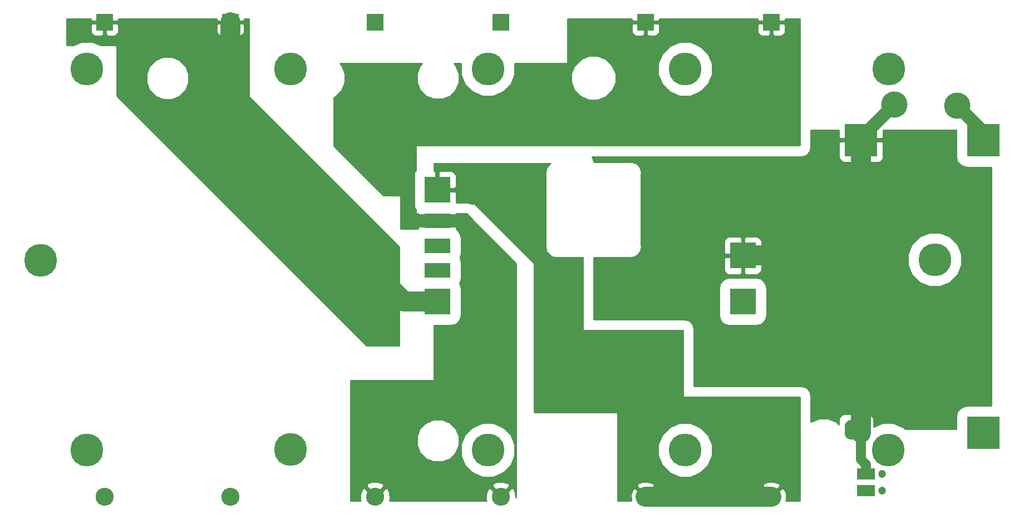
<source format=gtl>
G04 #@! TF.GenerationSoftware,KiCad,Pcbnew,(5.0.2)-1*
G04 #@! TF.CreationDate,2019-03-16T18:46:31-04:00*
G04 #@! TF.ProjectId,2p3s-pwr-pack,32703373-2d70-4777-922d-7061636b2e6b,V1*
G04 #@! TF.SameCoordinates,Original*
G04 #@! TF.FileFunction,Copper,L1,Top*
G04 #@! TF.FilePolarity,Positive*
%FSLAX46Y46*%
G04 Gerber Fmt 4.6, Leading zero omitted, Abs format (unit mm)*
G04 Created by KiCad (PCBNEW (5.0.2)-1) date 3/16/2019 6:46:31 PM*
%MOMM*%
%LPD*%
G01*
G04 APERTURE LIST*
G04 #@! TA.AperFunction,ComponentPad*
%ADD10R,2.500000X2.500000*%
G04 #@! TD*
G04 #@! TA.AperFunction,ComponentPad*
%ADD11C,2.750000*%
G04 #@! TD*
G04 #@! TA.AperFunction,ComponentPad*
%ADD12R,5.000000X5.000000*%
G04 #@! TD*
G04 #@! TA.AperFunction,Conductor*
%ADD13C,0.150000*%
G04 #@! TD*
G04 #@! TA.AperFunction,ComponentPad*
%ADD14C,3.000000*%
G04 #@! TD*
G04 #@! TA.AperFunction,ComponentPad*
%ADD15C,1.200000*%
G04 #@! TD*
G04 #@! TA.AperFunction,ComponentPad*
%ADD16R,2.700000X1.700000*%
G04 #@! TD*
G04 #@! TA.AperFunction,ComponentPad*
%ADD17C,4.000000*%
G04 #@! TD*
G04 #@! TA.AperFunction,ComponentPad*
%ADD18R,4.000000X4.000000*%
G04 #@! TD*
G04 #@! TA.AperFunction,ComponentPad*
%ADD19R,4.000000X2.300000*%
G04 #@! TD*
G04 #@! TA.AperFunction,ComponentPad*
%ADD20C,5.000000*%
G04 #@! TD*
G04 #@! TA.AperFunction,Conductor*
%ADD21C,1.524000*%
G04 #@! TD*
G04 #@! TA.AperFunction,Conductor*
%ADD22C,3.048000*%
G04 #@! TD*
G04 #@! TA.AperFunction,Conductor*
%ADD23C,2.032000*%
G04 #@! TD*
G04 #@! TA.AperFunction,Conductor*
%ADD24C,0.254000*%
G04 #@! TD*
G04 APERTURE END LIST*
D10*
G04 #@! TO.P,BATT1,1*
G04 #@! TO.N,Net-(BATT1-Pad1)*
X170840001Y-67465001D03*
D11*
G04 #@! TO.P,BATT1,2*
G04 #@! TO.N,Net-(BATT1-Pad2)*
X170840001Y-139685001D03*
X151710001Y-139685001D03*
D10*
G04 #@! TO.P,BATT1,1*
G04 #@! TO.N,Net-(BATT1-Pad1)*
X151710001Y-67465001D03*
G04 #@! TD*
G04 #@! TO.P,BATT3,1*
G04 #@! TO.N,B+*
X88540001Y-67465001D03*
D11*
G04 #@! TO.P,BATT3,2*
G04 #@! TO.N,Net-(BATT2-Pad1)*
X88540001Y-139685001D03*
X69410001Y-139685001D03*
D10*
G04 #@! TO.P,BATT3,1*
G04 #@! TO.N,B+*
X69410001Y-67465001D03*
G04 #@! TD*
D12*
G04 #@! TO.P,MOD1,4*
G04 #@! TO.N,P+*
X203100000Y-130000000D03*
G04 #@! TO.P,MOD1,1*
G04 #@! TO.N,V_IN*
X203100000Y-85400000D03*
G04 #@! TO.P,MOD1,2*
G04 #@! TO.N,GND1*
X184500000Y-85400000D03*
D13*
G04 #@! TD*
G04 #@! TO.N,GND1*
G04 #@! TO.C,MOD1*
G36*
X184552918Y-128005056D02*
X184654845Y-128020175D01*
X184754799Y-128045213D01*
X184851818Y-128079926D01*
X184944967Y-128123983D01*
X185033349Y-128176957D01*
X185116113Y-128238339D01*
X185192462Y-128307538D01*
X185261661Y-128383887D01*
X185323043Y-128466651D01*
X185376017Y-128555033D01*
X185420074Y-128648182D01*
X185454787Y-128745201D01*
X185479825Y-128845155D01*
X185494944Y-128947082D01*
X185500000Y-129050000D01*
X185500000Y-129950000D01*
X185494944Y-130052918D01*
X185479825Y-130154845D01*
X185454787Y-130254799D01*
X185420074Y-130351818D01*
X185376017Y-130444967D01*
X185323043Y-130533349D01*
X185261661Y-130616113D01*
X185192462Y-130692462D01*
X185116113Y-130761661D01*
X185033349Y-130823043D01*
X184944967Y-130876017D01*
X184851818Y-130920074D01*
X184754799Y-130954787D01*
X184654845Y-130979825D01*
X184552918Y-130994944D01*
X184450000Y-131000000D01*
X183050000Y-131000000D01*
X182947082Y-130994944D01*
X182845155Y-130979825D01*
X182745201Y-130954787D01*
X182648182Y-130920074D01*
X182555033Y-130876017D01*
X182466651Y-130823043D01*
X182383887Y-130761661D01*
X182307538Y-130692462D01*
X182238339Y-130616113D01*
X182176957Y-130533349D01*
X182123983Y-130444967D01*
X182079926Y-130351818D01*
X182045213Y-130254799D01*
X182020175Y-130154845D01*
X182005056Y-130052918D01*
X182000000Y-129950000D01*
X182000000Y-129050000D01*
X182005056Y-128947082D01*
X182020175Y-128845155D01*
X182045213Y-128745201D01*
X182079926Y-128648182D01*
X182123983Y-128555033D01*
X182176957Y-128466651D01*
X182238339Y-128383887D01*
X182307538Y-128307538D01*
X182383887Y-128238339D01*
X182466651Y-128176957D01*
X182555033Y-128123983D01*
X182648182Y-128079926D01*
X182745201Y-128045213D01*
X182845155Y-128020175D01*
X182947082Y-128005056D01*
X183050000Y-128000000D01*
X184450000Y-128000000D01*
X184552918Y-128005056D01*
X184552918Y-128005056D01*
G37*
D14*
G04 #@! TO.P,MOD1,3*
G04 #@! TO.N,GND1*
X183750000Y-129500000D03*
G04 #@! TD*
D10*
G04 #@! TO.P,BATT2,1*
G04 #@! TO.N,Net-(BATT2-Pad1)*
X129681600Y-67445800D03*
D11*
G04 #@! TO.P,BATT2,2*
G04 #@! TO.N,Net-(BATT1-Pad1)*
X129681600Y-139665800D03*
X110551600Y-139665800D03*
D10*
G04 #@! TO.P,BATT2,1*
G04 #@! TO.N,Net-(BATT2-Pad1)*
X110551600Y-67445800D03*
G04 #@! TD*
D15*
G04 #@! TO.P,P13,*
G04 #@! TO.N,*
X187700000Y-136230000D03*
X187700000Y-138770000D03*
D16*
G04 #@! TO.P,P13,2*
G04 #@! TO.N,GND1*
X185250000Y-136230000D03*
G04 #@! TO.P,P13,1*
G04 #@! TO.N,P+*
X185250000Y-138770000D03*
G04 #@! TD*
D17*
G04 #@! TO.P,P14,1*
G04 #@! TO.N,V_IN*
X199136000Y-80162400D03*
G04 #@! TD*
G04 #@! TO.P,P15,1*
G04 #@! TO.N,GND1*
X189560200Y-80010000D03*
G04 #@! TD*
D18*
G04 #@! TO.P,MOD2,6*
G04 #@! TO.N,GND1*
X166500000Y-103000000D03*
G04 #@! TO.P,MOD2,7*
G04 #@! TO.N,P+*
X166500000Y-110000000D03*
D19*
G04 #@! TO.P,MOD2,4*
G04 #@! TO.N,Net-(BATT1-Pad1)*
X120000000Y-97750000D03*
G04 #@! TO.P,MOD2,3*
G04 #@! TO.N,Net-(BATT2-Pad1)*
X120000000Y-101500000D03*
G04 #@! TO.P,MOD2,2*
G04 #@! TO.N,Net-(MOD2-Pad2)*
X120000000Y-105250000D03*
D18*
G04 #@! TO.P,MOD2,5*
G04 #@! TO.N,Net-(BATT1-Pad2)*
X120000000Y-93000000D03*
G04 #@! TO.P,MOD2,1*
G04 #@! TO.N,B+*
X120000000Y-110000000D03*
G04 #@! TD*
D20*
G04 #@! TO.P,P1,*
G04 #@! TO.N,*
X59700000Y-103700000D03*
G04 #@! TD*
G04 #@! TO.P,P2,*
G04 #@! TO.N,*
X66700000Y-74600000D03*
G04 #@! TD*
G04 #@! TO.P,P3,*
G04 #@! TO.N,*
X66700000Y-132600000D03*
G04 #@! TD*
G04 #@! TO.P,P4,*
G04 #@! TO.N,*
X97700000Y-74600000D03*
G04 #@! TD*
G04 #@! TO.P,P5,*
G04 #@! TO.N,*
X97700000Y-132500000D03*
G04 #@! TD*
G04 #@! TO.P,P6,*
G04 #@! TO.N,*
X127700000Y-74600000D03*
G04 #@! TD*
G04 #@! TO.P,P7,*
G04 #@! TO.N,*
X127700000Y-132600000D03*
G04 #@! TD*
G04 #@! TO.P,P8,*
G04 #@! TO.N,*
X157700000Y-74600000D03*
G04 #@! TD*
G04 #@! TO.P,P9,*
G04 #@! TO.N,*
X157700000Y-132600000D03*
G04 #@! TD*
G04 #@! TO.P,P10,*
G04 #@! TO.N,*
X188700000Y-74600000D03*
G04 #@! TD*
G04 #@! TO.P,P11,*
G04 #@! TO.N,*
X188600000Y-132600000D03*
G04 #@! TD*
G04 #@! TO.P,P12,*
G04 #@! TO.N,*
X195700000Y-103600000D03*
G04 #@! TD*
D21*
G04 #@! TO.N,GND1*
X185250000Y-136230000D02*
X185250000Y-134790000D01*
X184500000Y-134040000D02*
X184500000Y-130000000D01*
X185250000Y-134790000D02*
X184500000Y-134040000D01*
D22*
X172256200Y-103708200D02*
X184500000Y-103708200D01*
X171548000Y-103000000D02*
X172256200Y-103708200D01*
X166500000Y-103000000D02*
X171548000Y-103000000D01*
X184500000Y-85400000D02*
X184500000Y-103708200D01*
X184500000Y-103708200D02*
X184500000Y-130000000D01*
D23*
X184500000Y-85070200D02*
X189560200Y-80010000D01*
X184500000Y-85400000D02*
X184500000Y-85070200D01*
G04 #@! TO.N,Net-(BATT1-Pad1)*
X115968000Y-97750000D02*
X115877200Y-97840800D01*
X120000000Y-97750000D02*
X115968000Y-97750000D01*
X115877200Y-97840800D02*
X115877200Y-96573200D01*
X115877200Y-96573200D02*
X115595400Y-96291400D01*
X115595400Y-96291400D02*
X115595400Y-86004400D01*
X124032000Y-97750000D02*
X124079000Y-97797000D01*
X120000000Y-97750000D02*
X124032000Y-97750000D01*
X124079000Y-97797000D02*
X124079000Y-98069400D01*
X124079000Y-98069400D02*
X130632200Y-104622600D01*
D22*
G04 #@! TO.N,Net-(BATT1-Pad2)*
X151710001Y-139685001D02*
X170840001Y-139685001D01*
G04 #@! TO.N,B+*
X88540001Y-83588001D02*
X88540001Y-71763001D01*
X120000000Y-110000000D02*
X114952000Y-110000000D01*
X114952000Y-110000000D02*
X88540001Y-83588001D01*
X88540001Y-71763001D02*
X88540001Y-67465001D01*
D23*
G04 #@! TO.N,V_IN*
X203100000Y-84126400D02*
X199136000Y-80162400D01*
X203100000Y-85400000D02*
X203100000Y-84126400D01*
G04 #@! TD*
D24*
G04 #@! TO.N,B+*
G36*
X67271001Y-67052251D02*
X67493251Y-67274501D01*
X69219501Y-67274501D01*
X69219501Y-67254501D01*
X69600501Y-67254501D01*
X69600501Y-67274501D01*
X71326751Y-67274501D01*
X71549001Y-67052251D01*
X71549001Y-66952000D01*
X86401001Y-66952000D01*
X86401001Y-67052251D01*
X86623251Y-67274501D01*
X88349501Y-67274501D01*
X88349501Y-67254501D01*
X88730501Y-67254501D01*
X88730501Y-67274501D01*
X90456751Y-67274501D01*
X90679001Y-67052251D01*
X90679001Y-66952000D01*
X91313000Y-66952000D01*
X91313000Y-78740000D01*
X91322667Y-78788601D01*
X91350197Y-78829803D01*
X114173000Y-101652606D01*
X114173000Y-116713000D01*
X109272606Y-116713000D01*
X71247000Y-78687394D01*
X71247000Y-75329133D01*
X75728001Y-75329133D01*
X75728001Y-76620869D01*
X76222328Y-77814278D01*
X77135724Y-78727674D01*
X78329133Y-79222001D01*
X79620869Y-79222001D01*
X80814278Y-78727674D01*
X81727674Y-77814278D01*
X82222001Y-76620869D01*
X82222001Y-75329133D01*
X81727674Y-74135724D01*
X80814278Y-73222328D01*
X79620869Y-72728001D01*
X78329133Y-72728001D01*
X77135724Y-73222328D01*
X76222328Y-74135724D01*
X75728001Y-75329133D01*
X71247000Y-75329133D01*
X71247000Y-71120000D01*
X71237333Y-71071399D01*
X71209803Y-71030197D01*
X71168601Y-71002667D01*
X71120000Y-70993000D01*
X68776303Y-70993000D01*
X67520911Y-70473000D01*
X65879089Y-70473000D01*
X64623697Y-70993000D01*
X63627000Y-70993000D01*
X63627000Y-67877751D01*
X67271001Y-67877751D01*
X67271001Y-68891834D01*
X67406343Y-69218579D01*
X67656423Y-69468659D01*
X67983168Y-69604001D01*
X68997251Y-69604001D01*
X69219501Y-69381751D01*
X69219501Y-67655501D01*
X69600501Y-67655501D01*
X69600501Y-69381751D01*
X69822751Y-69604001D01*
X70836834Y-69604001D01*
X71163579Y-69468659D01*
X71413659Y-69218579D01*
X71549001Y-68891834D01*
X71549001Y-67877751D01*
X86401001Y-67877751D01*
X86401001Y-68891834D01*
X86536343Y-69218579D01*
X86786423Y-69468659D01*
X87113168Y-69604001D01*
X88127251Y-69604001D01*
X88349501Y-69381751D01*
X88349501Y-67655501D01*
X88730501Y-67655501D01*
X88730501Y-69381751D01*
X88952751Y-69604001D01*
X89966834Y-69604001D01*
X90293579Y-69468659D01*
X90543659Y-69218579D01*
X90679001Y-68891834D01*
X90679001Y-67877751D01*
X90456751Y-67655501D01*
X88730501Y-67655501D01*
X88349501Y-67655501D01*
X86623251Y-67655501D01*
X86401001Y-67877751D01*
X71549001Y-67877751D01*
X71326751Y-67655501D01*
X69600501Y-67655501D01*
X69219501Y-67655501D01*
X67493251Y-67655501D01*
X67271001Y-67877751D01*
X63627000Y-67877751D01*
X63627000Y-66952000D01*
X67271001Y-66952000D01*
X67271001Y-67052251D01*
X67271001Y-67052251D01*
G37*
X67271001Y-67052251D02*
X67493251Y-67274501D01*
X69219501Y-67274501D01*
X69219501Y-67254501D01*
X69600501Y-67254501D01*
X69600501Y-67274501D01*
X71326751Y-67274501D01*
X71549001Y-67052251D01*
X71549001Y-66952000D01*
X86401001Y-66952000D01*
X86401001Y-67052251D01*
X86623251Y-67274501D01*
X88349501Y-67274501D01*
X88349501Y-67254501D01*
X88730501Y-67254501D01*
X88730501Y-67274501D01*
X90456751Y-67274501D01*
X90679001Y-67052251D01*
X90679001Y-66952000D01*
X91313000Y-66952000D01*
X91313000Y-78740000D01*
X91322667Y-78788601D01*
X91350197Y-78829803D01*
X114173000Y-101652606D01*
X114173000Y-116713000D01*
X109272606Y-116713000D01*
X71247000Y-78687394D01*
X71247000Y-75329133D01*
X75728001Y-75329133D01*
X75728001Y-76620869D01*
X76222328Y-77814278D01*
X77135724Y-78727674D01*
X78329133Y-79222001D01*
X79620869Y-79222001D01*
X80814278Y-78727674D01*
X81727674Y-77814278D01*
X82222001Y-76620869D01*
X82222001Y-75329133D01*
X81727674Y-74135724D01*
X80814278Y-73222328D01*
X79620869Y-72728001D01*
X78329133Y-72728001D01*
X77135724Y-73222328D01*
X76222328Y-74135724D01*
X75728001Y-75329133D01*
X71247000Y-75329133D01*
X71247000Y-71120000D01*
X71237333Y-71071399D01*
X71209803Y-71030197D01*
X71168601Y-71002667D01*
X71120000Y-70993000D01*
X68776303Y-70993000D01*
X67520911Y-70473000D01*
X65879089Y-70473000D01*
X64623697Y-70993000D01*
X63627000Y-70993000D01*
X63627000Y-67877751D01*
X67271001Y-67877751D01*
X67271001Y-68891834D01*
X67406343Y-69218579D01*
X67656423Y-69468659D01*
X67983168Y-69604001D01*
X68997251Y-69604001D01*
X69219501Y-69381751D01*
X69219501Y-67655501D01*
X69600501Y-67655501D01*
X69600501Y-69381751D01*
X69822751Y-69604001D01*
X70836834Y-69604001D01*
X71163579Y-69468659D01*
X71413659Y-69218579D01*
X71549001Y-68891834D01*
X71549001Y-67877751D01*
X86401001Y-67877751D01*
X86401001Y-68891834D01*
X86536343Y-69218579D01*
X86786423Y-69468659D01*
X87113168Y-69604001D01*
X88127251Y-69604001D01*
X88349501Y-69381751D01*
X88349501Y-67655501D01*
X88730501Y-67655501D01*
X88730501Y-69381751D01*
X88952751Y-69604001D01*
X89966834Y-69604001D01*
X90293579Y-69468659D01*
X90543659Y-69218579D01*
X90679001Y-68891834D01*
X90679001Y-67877751D01*
X90456751Y-67655501D01*
X88730501Y-67655501D01*
X88349501Y-67655501D01*
X86623251Y-67655501D01*
X86401001Y-67877751D01*
X71549001Y-67877751D01*
X71326751Y-67655501D01*
X69600501Y-67655501D01*
X69219501Y-67655501D01*
X67493251Y-67655501D01*
X67271001Y-67877751D01*
X63627000Y-67877751D01*
X63627000Y-66952000D01*
X67271001Y-66952000D01*
X67271001Y-67052251D01*
G04 #@! TO.N,Net-(BATT1-Pad1)*
G36*
X149571001Y-67052251D02*
X149793251Y-67274501D01*
X151519501Y-67274501D01*
X151519501Y-67254501D01*
X151900501Y-67254501D01*
X151900501Y-67274501D01*
X153626751Y-67274501D01*
X153849001Y-67052251D01*
X153849001Y-66952000D01*
X168701001Y-66952000D01*
X168701001Y-67052251D01*
X168923251Y-67274501D01*
X170649501Y-67274501D01*
X170649501Y-67254501D01*
X171030501Y-67254501D01*
X171030501Y-67274501D01*
X172756751Y-67274501D01*
X172979001Y-67052251D01*
X172979001Y-66952000D01*
X175133000Y-66952000D01*
X175133000Y-86233000D01*
X116840000Y-86233000D01*
X116791399Y-86242667D01*
X116750197Y-86270197D01*
X116722667Y-86311399D01*
X116713000Y-86360000D01*
X116713000Y-89997610D01*
X116467400Y-90365176D01*
X116341126Y-91000000D01*
X116341126Y-95000000D01*
X116467400Y-95634824D01*
X116713000Y-96002390D01*
X116713000Y-96520000D01*
X116722667Y-96568601D01*
X116750197Y-96609803D01*
X116791399Y-96637333D01*
X116840000Y-96647000D01*
X117111000Y-96647000D01*
X117111000Y-97337250D01*
X117333250Y-97559500D01*
X119809500Y-97559500D01*
X119809500Y-97539500D01*
X120190500Y-97539500D01*
X120190500Y-97559500D01*
X122666750Y-97559500D01*
X122889000Y-97337250D01*
X122889000Y-96647000D01*
X124407394Y-96647000D01*
X131953000Y-104192606D01*
X131953000Y-139787300D01*
X131923957Y-139117771D01*
X131654701Y-138467729D01*
X131285239Y-138331569D01*
X129951008Y-139665800D01*
X129965150Y-139679942D01*
X129695742Y-139949350D01*
X129681600Y-139935208D01*
X129667458Y-139949350D01*
X129398050Y-139679942D01*
X129412192Y-139665800D01*
X128077961Y-138331569D01*
X127708499Y-138467729D01*
X127400210Y-139314000D01*
X127439243Y-140213829D01*
X127474108Y-140298000D01*
X112730843Y-140298000D01*
X112832990Y-140017600D01*
X112793957Y-139117771D01*
X112524701Y-138467729D01*
X112155239Y-138331569D01*
X110821008Y-139665800D01*
X110835150Y-139679942D01*
X110565742Y-139949350D01*
X110551600Y-139935208D01*
X110537458Y-139949350D01*
X110268050Y-139679942D01*
X110282192Y-139665800D01*
X108947961Y-138331569D01*
X108578499Y-138467729D01*
X108270210Y-139314000D01*
X108309243Y-140213829D01*
X108344108Y-140298000D01*
X106807000Y-140298000D01*
X106807000Y-138062161D01*
X109217369Y-138062161D01*
X110551600Y-139396392D01*
X111885831Y-138062161D01*
X128347369Y-138062161D01*
X129681600Y-139396392D01*
X131015831Y-138062161D01*
X130879671Y-137692699D01*
X130033400Y-137384410D01*
X129133571Y-137423443D01*
X128483529Y-137692699D01*
X128347369Y-138062161D01*
X111885831Y-138062161D01*
X111749671Y-137692699D01*
X110903400Y-137384410D01*
X110003571Y-137423443D01*
X109353529Y-137692699D01*
X109217369Y-138062161D01*
X106807000Y-138062161D01*
X106807000Y-130509932D01*
X116869600Y-130509932D01*
X116869600Y-131801668D01*
X117363927Y-132995077D01*
X118277323Y-133908473D01*
X119470732Y-134402800D01*
X120762468Y-134402800D01*
X121955877Y-133908473D01*
X122869273Y-132995077D01*
X123363600Y-131801668D01*
X123363600Y-131779089D01*
X123573000Y-131779089D01*
X123573000Y-133420911D01*
X124201298Y-134937758D01*
X125362242Y-136098702D01*
X126879089Y-136727000D01*
X128520911Y-136727000D01*
X130037758Y-136098702D01*
X131198702Y-134937758D01*
X131827000Y-133420911D01*
X131827000Y-131779089D01*
X131198702Y-130262242D01*
X130037758Y-129101298D01*
X128520911Y-128473000D01*
X126879089Y-128473000D01*
X125362242Y-129101298D01*
X124201298Y-130262242D01*
X123573000Y-131779089D01*
X123363600Y-131779089D01*
X123363600Y-130509932D01*
X122869273Y-129316523D01*
X121955877Y-128403127D01*
X120762468Y-127908800D01*
X119470732Y-127908800D01*
X118277323Y-128403127D01*
X117363927Y-129316523D01*
X116869600Y-130509932D01*
X106807000Y-130509932D01*
X106807000Y-122047000D01*
X119380000Y-122047000D01*
X119428601Y-122037333D01*
X119469803Y-122009803D01*
X119497333Y-121968601D01*
X119507000Y-121920000D01*
X119507000Y-113658874D01*
X122000000Y-113658874D01*
X122634824Y-113532600D01*
X123173001Y-113173001D01*
X123532600Y-112634824D01*
X123658874Y-112000000D01*
X123658874Y-108000000D01*
X123532600Y-107365176D01*
X123422233Y-107200000D01*
X123532600Y-107034824D01*
X123658874Y-106400000D01*
X123658874Y-104100000D01*
X123532600Y-103465176D01*
X123472346Y-103375000D01*
X123532600Y-103284824D01*
X123658874Y-102650000D01*
X123658874Y-100350000D01*
X123532600Y-99715176D01*
X123173001Y-99176999D01*
X122889000Y-98987235D01*
X122889000Y-98162750D01*
X122666750Y-97940500D01*
X120190500Y-97940500D01*
X120190500Y-97960500D01*
X119809500Y-97960500D01*
X119809500Y-97940500D01*
X117333250Y-97940500D01*
X117111000Y-98162750D01*
X117111000Y-98933000D01*
X114427000Y-98933000D01*
X114427000Y-93980000D01*
X114417333Y-93931399D01*
X114389803Y-93890197D01*
X114348601Y-93862667D01*
X114300000Y-93853000D01*
X111812606Y-93853000D01*
X104267000Y-86307394D01*
X104267000Y-78954480D01*
X104543678Y-78839876D01*
X105500676Y-77882878D01*
X106018600Y-76632500D01*
X106018600Y-75279100D01*
X105500676Y-74028722D01*
X105258954Y-73787000D01*
X117693450Y-73787000D01*
X117363927Y-74116523D01*
X116869600Y-75309932D01*
X116869600Y-76601668D01*
X117363927Y-77795077D01*
X118277323Y-78708473D01*
X119470732Y-79202800D01*
X120762468Y-79202800D01*
X121955877Y-78708473D01*
X122869273Y-77795077D01*
X123363600Y-76601668D01*
X123363600Y-75309932D01*
X122869273Y-74116523D01*
X122539750Y-73787000D01*
X123573000Y-73787000D01*
X123573000Y-75420911D01*
X124201298Y-76937758D01*
X125362242Y-78098702D01*
X126879089Y-78727000D01*
X128520911Y-78727000D01*
X130037758Y-78098702D01*
X131198702Y-76937758D01*
X131827000Y-75420911D01*
X131827000Y-75298301D01*
X140373001Y-75298301D01*
X140373001Y-76651701D01*
X140890925Y-77902079D01*
X141847923Y-78859077D01*
X143098301Y-79377001D01*
X144451701Y-79377001D01*
X145702079Y-78859077D01*
X146659077Y-77902079D01*
X147177001Y-76651701D01*
X147177001Y-75298301D01*
X146659077Y-74047923D01*
X146390243Y-73779089D01*
X153573000Y-73779089D01*
X153573000Y-75420911D01*
X154201298Y-76937758D01*
X155362242Y-78098702D01*
X156879089Y-78727000D01*
X158520911Y-78727000D01*
X160037758Y-78098702D01*
X161198702Y-76937758D01*
X161827000Y-75420911D01*
X161827000Y-73779089D01*
X161198702Y-72262242D01*
X160037758Y-71101298D01*
X158520911Y-70473000D01*
X156879089Y-70473000D01*
X155362242Y-71101298D01*
X154201298Y-72262242D01*
X153573000Y-73779089D01*
X146390243Y-73779089D01*
X145702079Y-73090925D01*
X144451701Y-72573001D01*
X143098301Y-72573001D01*
X141847923Y-73090925D01*
X140890925Y-74047923D01*
X140373001Y-75298301D01*
X131827000Y-75298301D01*
X131827000Y-73787000D01*
X139700000Y-73787000D01*
X139748601Y-73777333D01*
X139789803Y-73749803D01*
X139817333Y-73708601D01*
X139827000Y-73660000D01*
X139827000Y-67877751D01*
X149571001Y-67877751D01*
X149571001Y-68891834D01*
X149706343Y-69218579D01*
X149956423Y-69468659D01*
X150283168Y-69604001D01*
X151297251Y-69604001D01*
X151519501Y-69381751D01*
X151519501Y-67655501D01*
X151900501Y-67655501D01*
X151900501Y-69381751D01*
X152122751Y-69604001D01*
X153136834Y-69604001D01*
X153463579Y-69468659D01*
X153713659Y-69218579D01*
X153849001Y-68891834D01*
X153849001Y-67877751D01*
X168701001Y-67877751D01*
X168701001Y-68891834D01*
X168836343Y-69218579D01*
X169086423Y-69468659D01*
X169413168Y-69604001D01*
X170427251Y-69604001D01*
X170649501Y-69381751D01*
X170649501Y-67655501D01*
X171030501Y-67655501D01*
X171030501Y-69381751D01*
X171252751Y-69604001D01*
X172266834Y-69604001D01*
X172593579Y-69468659D01*
X172843659Y-69218579D01*
X172979001Y-68891834D01*
X172979001Y-67877751D01*
X172756751Y-67655501D01*
X171030501Y-67655501D01*
X170649501Y-67655501D01*
X168923251Y-67655501D01*
X168701001Y-67877751D01*
X153849001Y-67877751D01*
X153626751Y-67655501D01*
X151900501Y-67655501D01*
X151519501Y-67655501D01*
X149793251Y-67655501D01*
X149571001Y-67877751D01*
X139827000Y-67877751D01*
X139827000Y-66952000D01*
X149571001Y-66952000D01*
X149571001Y-67052251D01*
X149571001Y-67052251D01*
G37*
X149571001Y-67052251D02*
X149793251Y-67274501D01*
X151519501Y-67274501D01*
X151519501Y-67254501D01*
X151900501Y-67254501D01*
X151900501Y-67274501D01*
X153626751Y-67274501D01*
X153849001Y-67052251D01*
X153849001Y-66952000D01*
X168701001Y-66952000D01*
X168701001Y-67052251D01*
X168923251Y-67274501D01*
X170649501Y-67274501D01*
X170649501Y-67254501D01*
X171030501Y-67254501D01*
X171030501Y-67274501D01*
X172756751Y-67274501D01*
X172979001Y-67052251D01*
X172979001Y-66952000D01*
X175133000Y-66952000D01*
X175133000Y-86233000D01*
X116840000Y-86233000D01*
X116791399Y-86242667D01*
X116750197Y-86270197D01*
X116722667Y-86311399D01*
X116713000Y-86360000D01*
X116713000Y-89997610D01*
X116467400Y-90365176D01*
X116341126Y-91000000D01*
X116341126Y-95000000D01*
X116467400Y-95634824D01*
X116713000Y-96002390D01*
X116713000Y-96520000D01*
X116722667Y-96568601D01*
X116750197Y-96609803D01*
X116791399Y-96637333D01*
X116840000Y-96647000D01*
X117111000Y-96647000D01*
X117111000Y-97337250D01*
X117333250Y-97559500D01*
X119809500Y-97559500D01*
X119809500Y-97539500D01*
X120190500Y-97539500D01*
X120190500Y-97559500D01*
X122666750Y-97559500D01*
X122889000Y-97337250D01*
X122889000Y-96647000D01*
X124407394Y-96647000D01*
X131953000Y-104192606D01*
X131953000Y-139787300D01*
X131923957Y-139117771D01*
X131654701Y-138467729D01*
X131285239Y-138331569D01*
X129951008Y-139665800D01*
X129965150Y-139679942D01*
X129695742Y-139949350D01*
X129681600Y-139935208D01*
X129667458Y-139949350D01*
X129398050Y-139679942D01*
X129412192Y-139665800D01*
X128077961Y-138331569D01*
X127708499Y-138467729D01*
X127400210Y-139314000D01*
X127439243Y-140213829D01*
X127474108Y-140298000D01*
X112730843Y-140298000D01*
X112832990Y-140017600D01*
X112793957Y-139117771D01*
X112524701Y-138467729D01*
X112155239Y-138331569D01*
X110821008Y-139665800D01*
X110835150Y-139679942D01*
X110565742Y-139949350D01*
X110551600Y-139935208D01*
X110537458Y-139949350D01*
X110268050Y-139679942D01*
X110282192Y-139665800D01*
X108947961Y-138331569D01*
X108578499Y-138467729D01*
X108270210Y-139314000D01*
X108309243Y-140213829D01*
X108344108Y-140298000D01*
X106807000Y-140298000D01*
X106807000Y-138062161D01*
X109217369Y-138062161D01*
X110551600Y-139396392D01*
X111885831Y-138062161D01*
X128347369Y-138062161D01*
X129681600Y-139396392D01*
X131015831Y-138062161D01*
X130879671Y-137692699D01*
X130033400Y-137384410D01*
X129133571Y-137423443D01*
X128483529Y-137692699D01*
X128347369Y-138062161D01*
X111885831Y-138062161D01*
X111749671Y-137692699D01*
X110903400Y-137384410D01*
X110003571Y-137423443D01*
X109353529Y-137692699D01*
X109217369Y-138062161D01*
X106807000Y-138062161D01*
X106807000Y-130509932D01*
X116869600Y-130509932D01*
X116869600Y-131801668D01*
X117363927Y-132995077D01*
X118277323Y-133908473D01*
X119470732Y-134402800D01*
X120762468Y-134402800D01*
X121955877Y-133908473D01*
X122869273Y-132995077D01*
X123363600Y-131801668D01*
X123363600Y-131779089D01*
X123573000Y-131779089D01*
X123573000Y-133420911D01*
X124201298Y-134937758D01*
X125362242Y-136098702D01*
X126879089Y-136727000D01*
X128520911Y-136727000D01*
X130037758Y-136098702D01*
X131198702Y-134937758D01*
X131827000Y-133420911D01*
X131827000Y-131779089D01*
X131198702Y-130262242D01*
X130037758Y-129101298D01*
X128520911Y-128473000D01*
X126879089Y-128473000D01*
X125362242Y-129101298D01*
X124201298Y-130262242D01*
X123573000Y-131779089D01*
X123363600Y-131779089D01*
X123363600Y-130509932D01*
X122869273Y-129316523D01*
X121955877Y-128403127D01*
X120762468Y-127908800D01*
X119470732Y-127908800D01*
X118277323Y-128403127D01*
X117363927Y-129316523D01*
X116869600Y-130509932D01*
X106807000Y-130509932D01*
X106807000Y-122047000D01*
X119380000Y-122047000D01*
X119428601Y-122037333D01*
X119469803Y-122009803D01*
X119497333Y-121968601D01*
X119507000Y-121920000D01*
X119507000Y-113658874D01*
X122000000Y-113658874D01*
X122634824Y-113532600D01*
X123173001Y-113173001D01*
X123532600Y-112634824D01*
X123658874Y-112000000D01*
X123658874Y-108000000D01*
X123532600Y-107365176D01*
X123422233Y-107200000D01*
X123532600Y-107034824D01*
X123658874Y-106400000D01*
X123658874Y-104100000D01*
X123532600Y-103465176D01*
X123472346Y-103375000D01*
X123532600Y-103284824D01*
X123658874Y-102650000D01*
X123658874Y-100350000D01*
X123532600Y-99715176D01*
X123173001Y-99176999D01*
X122889000Y-98987235D01*
X122889000Y-98162750D01*
X122666750Y-97940500D01*
X120190500Y-97940500D01*
X120190500Y-97960500D01*
X119809500Y-97960500D01*
X119809500Y-97940500D01*
X117333250Y-97940500D01*
X117111000Y-98162750D01*
X117111000Y-98933000D01*
X114427000Y-98933000D01*
X114427000Y-93980000D01*
X114417333Y-93931399D01*
X114389803Y-93890197D01*
X114348601Y-93862667D01*
X114300000Y-93853000D01*
X111812606Y-93853000D01*
X104267000Y-86307394D01*
X104267000Y-78954480D01*
X104543678Y-78839876D01*
X105500676Y-77882878D01*
X106018600Y-76632500D01*
X106018600Y-75279100D01*
X105500676Y-74028722D01*
X105258954Y-73787000D01*
X117693450Y-73787000D01*
X117363927Y-74116523D01*
X116869600Y-75309932D01*
X116869600Y-76601668D01*
X117363927Y-77795077D01*
X118277323Y-78708473D01*
X119470732Y-79202800D01*
X120762468Y-79202800D01*
X121955877Y-78708473D01*
X122869273Y-77795077D01*
X123363600Y-76601668D01*
X123363600Y-75309932D01*
X122869273Y-74116523D01*
X122539750Y-73787000D01*
X123573000Y-73787000D01*
X123573000Y-75420911D01*
X124201298Y-76937758D01*
X125362242Y-78098702D01*
X126879089Y-78727000D01*
X128520911Y-78727000D01*
X130037758Y-78098702D01*
X131198702Y-76937758D01*
X131827000Y-75420911D01*
X131827000Y-75298301D01*
X140373001Y-75298301D01*
X140373001Y-76651701D01*
X140890925Y-77902079D01*
X141847923Y-78859077D01*
X143098301Y-79377001D01*
X144451701Y-79377001D01*
X145702079Y-78859077D01*
X146659077Y-77902079D01*
X147177001Y-76651701D01*
X147177001Y-75298301D01*
X146659077Y-74047923D01*
X146390243Y-73779089D01*
X153573000Y-73779089D01*
X153573000Y-75420911D01*
X154201298Y-76937758D01*
X155362242Y-78098702D01*
X156879089Y-78727000D01*
X158520911Y-78727000D01*
X160037758Y-78098702D01*
X161198702Y-76937758D01*
X161827000Y-75420911D01*
X161827000Y-73779089D01*
X161198702Y-72262242D01*
X160037758Y-71101298D01*
X158520911Y-70473000D01*
X156879089Y-70473000D01*
X155362242Y-71101298D01*
X154201298Y-72262242D01*
X153573000Y-73779089D01*
X146390243Y-73779089D01*
X145702079Y-73090925D01*
X144451701Y-72573001D01*
X143098301Y-72573001D01*
X141847923Y-73090925D01*
X140890925Y-74047923D01*
X140373001Y-75298301D01*
X131827000Y-75298301D01*
X131827000Y-73787000D01*
X139700000Y-73787000D01*
X139748601Y-73777333D01*
X139789803Y-73749803D01*
X139817333Y-73708601D01*
X139827000Y-73660000D01*
X139827000Y-67877751D01*
X149571001Y-67877751D01*
X149571001Y-68891834D01*
X149706343Y-69218579D01*
X149956423Y-69468659D01*
X150283168Y-69604001D01*
X151297251Y-69604001D01*
X151519501Y-69381751D01*
X151519501Y-67655501D01*
X151900501Y-67655501D01*
X151900501Y-69381751D01*
X152122751Y-69604001D01*
X153136834Y-69604001D01*
X153463579Y-69468659D01*
X153713659Y-69218579D01*
X153849001Y-68891834D01*
X153849001Y-67877751D01*
X168701001Y-67877751D01*
X168701001Y-68891834D01*
X168836343Y-69218579D01*
X169086423Y-69468659D01*
X169413168Y-69604001D01*
X170427251Y-69604001D01*
X170649501Y-69381751D01*
X170649501Y-67655501D01*
X171030501Y-67655501D01*
X171030501Y-69381751D01*
X171252751Y-69604001D01*
X172266834Y-69604001D01*
X172593579Y-69468659D01*
X172843659Y-69218579D01*
X172979001Y-68891834D01*
X172979001Y-67877751D01*
X172756751Y-67655501D01*
X171030501Y-67655501D01*
X170649501Y-67655501D01*
X168923251Y-67655501D01*
X168701001Y-67877751D01*
X153849001Y-67877751D01*
X153626751Y-67655501D01*
X151900501Y-67655501D01*
X151519501Y-67655501D01*
X149793251Y-67655501D01*
X149571001Y-67877751D01*
X139827000Y-67877751D01*
X139827000Y-66952000D01*
X149571001Y-66952000D01*
X149571001Y-67052251D01*
G04 #@! TO.N,Net-(BATT1-Pad2)*
G36*
X136948926Y-89196926D02*
X136572751Y-89759913D01*
X136440656Y-90424000D01*
X136474000Y-90591632D01*
X136474001Y-101432363D01*
X136440656Y-101600000D01*
X136572751Y-102264087D01*
X136948926Y-102827074D01*
X137511913Y-103203249D01*
X138008368Y-103302000D01*
X138176000Y-103335344D01*
X138343632Y-103302000D01*
X142113000Y-103302000D01*
X142113000Y-114300000D01*
X142122667Y-114348601D01*
X142150197Y-114389803D01*
X142191399Y-114417333D01*
X142240000Y-114427000D01*
X157353000Y-114427000D01*
X157353000Y-124460000D01*
X157362667Y-124508601D01*
X157390197Y-124549803D01*
X157431399Y-124577333D01*
X157480000Y-124587000D01*
X175133000Y-124587000D01*
X175133000Y-140298000D01*
X173026239Y-140298000D01*
X173121391Y-140036801D01*
X173082358Y-139136972D01*
X172813102Y-138486930D01*
X172443640Y-138350770D01*
X171109409Y-139685001D01*
X171123551Y-139699143D01*
X170854143Y-139968551D01*
X170840001Y-139954409D01*
X170825859Y-139968551D01*
X170556451Y-139699143D01*
X170570593Y-139685001D01*
X169236362Y-138350770D01*
X168866900Y-138486930D01*
X168558611Y-139333201D01*
X168597644Y-140233030D01*
X168624555Y-140298000D01*
X153896239Y-140298000D01*
X153991391Y-140036801D01*
X153952358Y-139136972D01*
X153683102Y-138486930D01*
X153313640Y-138350770D01*
X151979409Y-139685001D01*
X151993551Y-139699143D01*
X151724143Y-139968551D01*
X151710001Y-139954409D01*
X151695859Y-139968551D01*
X151426451Y-139699143D01*
X151440593Y-139685001D01*
X150106362Y-138350770D01*
X149736900Y-138486930D01*
X149428611Y-139333201D01*
X149467644Y-140233030D01*
X149494555Y-140298000D01*
X147447000Y-140298000D01*
X147447000Y-138081362D01*
X150375770Y-138081362D01*
X151710001Y-139415593D01*
X153044232Y-138081362D01*
X169505770Y-138081362D01*
X170840001Y-139415593D01*
X172174232Y-138081362D01*
X172038072Y-137711900D01*
X171191801Y-137403611D01*
X170291972Y-137442644D01*
X169641930Y-137711900D01*
X169505770Y-138081362D01*
X153044232Y-138081362D01*
X152908072Y-137711900D01*
X152061801Y-137403611D01*
X151161972Y-137442644D01*
X150511930Y-137711900D01*
X150375770Y-138081362D01*
X147447000Y-138081362D01*
X147447000Y-131779089D01*
X153573000Y-131779089D01*
X153573000Y-133420911D01*
X154201298Y-134937758D01*
X155362242Y-136098702D01*
X156879089Y-136727000D01*
X158520911Y-136727000D01*
X160037758Y-136098702D01*
X161198702Y-134937758D01*
X161827000Y-133420911D01*
X161827000Y-131779089D01*
X161198702Y-130262242D01*
X160037758Y-129101298D01*
X158520911Y-128473000D01*
X156879089Y-128473000D01*
X155362242Y-129101298D01*
X154201298Y-130262242D01*
X153573000Y-131779089D01*
X147447000Y-131779089D01*
X147447000Y-127000000D01*
X147437333Y-126951399D01*
X147409803Y-126910197D01*
X147368601Y-126882667D01*
X147320000Y-126873000D01*
X134747000Y-126873000D01*
X134747000Y-104140000D01*
X134737333Y-104091399D01*
X134709803Y-104050197D01*
X125819803Y-95160197D01*
X125778601Y-95132667D01*
X125730000Y-95123000D01*
X125241494Y-95123000D01*
X125082626Y-95016848D01*
X124460000Y-94893000D01*
X122889000Y-94893000D01*
X122889000Y-93412750D01*
X122666750Y-93190500D01*
X120190500Y-93190500D01*
X120190500Y-93210500D01*
X119809500Y-93210500D01*
X119809500Y-93190500D01*
X119789500Y-93190500D01*
X119789500Y-92809500D01*
X119809500Y-92809500D01*
X119809500Y-90333250D01*
X120190500Y-90333250D01*
X120190500Y-92809500D01*
X122666750Y-92809500D01*
X122889000Y-92587250D01*
X122889000Y-90823167D01*
X122753658Y-90496422D01*
X122503578Y-90246342D01*
X122176833Y-90111000D01*
X120412750Y-90111000D01*
X120190500Y-90333250D01*
X119809500Y-90333250D01*
X119587250Y-90111000D01*
X119507000Y-90111000D01*
X119507000Y-89027000D01*
X137203239Y-89027000D01*
X136948926Y-89196926D01*
X136948926Y-89196926D01*
G37*
X136948926Y-89196926D02*
X136572751Y-89759913D01*
X136440656Y-90424000D01*
X136474000Y-90591632D01*
X136474001Y-101432363D01*
X136440656Y-101600000D01*
X136572751Y-102264087D01*
X136948926Y-102827074D01*
X137511913Y-103203249D01*
X138008368Y-103302000D01*
X138176000Y-103335344D01*
X138343632Y-103302000D01*
X142113000Y-103302000D01*
X142113000Y-114300000D01*
X142122667Y-114348601D01*
X142150197Y-114389803D01*
X142191399Y-114417333D01*
X142240000Y-114427000D01*
X157353000Y-114427000D01*
X157353000Y-124460000D01*
X157362667Y-124508601D01*
X157390197Y-124549803D01*
X157431399Y-124577333D01*
X157480000Y-124587000D01*
X175133000Y-124587000D01*
X175133000Y-140298000D01*
X173026239Y-140298000D01*
X173121391Y-140036801D01*
X173082358Y-139136972D01*
X172813102Y-138486930D01*
X172443640Y-138350770D01*
X171109409Y-139685001D01*
X171123551Y-139699143D01*
X170854143Y-139968551D01*
X170840001Y-139954409D01*
X170825859Y-139968551D01*
X170556451Y-139699143D01*
X170570593Y-139685001D01*
X169236362Y-138350770D01*
X168866900Y-138486930D01*
X168558611Y-139333201D01*
X168597644Y-140233030D01*
X168624555Y-140298000D01*
X153896239Y-140298000D01*
X153991391Y-140036801D01*
X153952358Y-139136972D01*
X153683102Y-138486930D01*
X153313640Y-138350770D01*
X151979409Y-139685001D01*
X151993551Y-139699143D01*
X151724143Y-139968551D01*
X151710001Y-139954409D01*
X151695859Y-139968551D01*
X151426451Y-139699143D01*
X151440593Y-139685001D01*
X150106362Y-138350770D01*
X149736900Y-138486930D01*
X149428611Y-139333201D01*
X149467644Y-140233030D01*
X149494555Y-140298000D01*
X147447000Y-140298000D01*
X147447000Y-138081362D01*
X150375770Y-138081362D01*
X151710001Y-139415593D01*
X153044232Y-138081362D01*
X169505770Y-138081362D01*
X170840001Y-139415593D01*
X172174232Y-138081362D01*
X172038072Y-137711900D01*
X171191801Y-137403611D01*
X170291972Y-137442644D01*
X169641930Y-137711900D01*
X169505770Y-138081362D01*
X153044232Y-138081362D01*
X152908072Y-137711900D01*
X152061801Y-137403611D01*
X151161972Y-137442644D01*
X150511930Y-137711900D01*
X150375770Y-138081362D01*
X147447000Y-138081362D01*
X147447000Y-131779089D01*
X153573000Y-131779089D01*
X153573000Y-133420911D01*
X154201298Y-134937758D01*
X155362242Y-136098702D01*
X156879089Y-136727000D01*
X158520911Y-136727000D01*
X160037758Y-136098702D01*
X161198702Y-134937758D01*
X161827000Y-133420911D01*
X161827000Y-131779089D01*
X161198702Y-130262242D01*
X160037758Y-129101298D01*
X158520911Y-128473000D01*
X156879089Y-128473000D01*
X155362242Y-129101298D01*
X154201298Y-130262242D01*
X153573000Y-131779089D01*
X147447000Y-131779089D01*
X147447000Y-127000000D01*
X147437333Y-126951399D01*
X147409803Y-126910197D01*
X147368601Y-126882667D01*
X147320000Y-126873000D01*
X134747000Y-126873000D01*
X134747000Y-104140000D01*
X134737333Y-104091399D01*
X134709803Y-104050197D01*
X125819803Y-95160197D01*
X125778601Y-95132667D01*
X125730000Y-95123000D01*
X125241494Y-95123000D01*
X125082626Y-95016848D01*
X124460000Y-94893000D01*
X122889000Y-94893000D01*
X122889000Y-93412750D01*
X122666750Y-93190500D01*
X120190500Y-93190500D01*
X120190500Y-93210500D01*
X119809500Y-93210500D01*
X119809500Y-93190500D01*
X119789500Y-93190500D01*
X119789500Y-92809500D01*
X119809500Y-92809500D01*
X119809500Y-90333250D01*
X120190500Y-90333250D01*
X120190500Y-92809500D01*
X122666750Y-92809500D01*
X122889000Y-92587250D01*
X122889000Y-90823167D01*
X122753658Y-90496422D01*
X122503578Y-90246342D01*
X122176833Y-90111000D01*
X120412750Y-90111000D01*
X120190500Y-90333250D01*
X119809500Y-90333250D01*
X119587250Y-90111000D01*
X119507000Y-90111000D01*
X119507000Y-89027000D01*
X137203239Y-89027000D01*
X136948926Y-89196926D01*
G04 #@! TO.N,GND1*
G36*
X181111000Y-84987250D02*
X181333250Y-85209500D01*
X184309500Y-85209500D01*
X184309500Y-85189500D01*
X184690500Y-85189500D01*
X184690500Y-85209500D01*
X187666750Y-85209500D01*
X187889000Y-84987250D01*
X187889000Y-83947000D01*
X198941126Y-83947000D01*
X198941126Y-87900000D01*
X199067400Y-88534824D01*
X199426999Y-89073001D01*
X199965176Y-89432600D01*
X200600000Y-89558874D01*
X204298001Y-89558874D01*
X204298000Y-125841126D01*
X200600000Y-125841126D01*
X199965176Y-125967400D01*
X199426999Y-126326999D01*
X199067400Y-126865176D01*
X198941126Y-127500000D01*
X198941126Y-129413000D01*
X191249460Y-129413000D01*
X190937758Y-129101298D01*
X189420911Y-128473000D01*
X187779089Y-128473000D01*
X186389000Y-129048793D01*
X186389000Y-127823167D01*
X186253658Y-127496422D01*
X186003578Y-127246342D01*
X185676833Y-127111000D01*
X184162750Y-127111000D01*
X183940500Y-127333250D01*
X183940500Y-129309500D01*
X183960500Y-129309500D01*
X183960500Y-129413000D01*
X183539500Y-129413000D01*
X183539500Y-129309500D01*
X183559500Y-129309500D01*
X183559500Y-127333250D01*
X183337250Y-127111000D01*
X181823167Y-127111000D01*
X181496422Y-127246342D01*
X181246342Y-127496422D01*
X181111000Y-127823167D01*
X181111000Y-128699846D01*
X180702079Y-128290925D01*
X179451701Y-127773001D01*
X178098301Y-127773001D01*
X176887000Y-128274739D01*
X176887000Y-124460000D01*
X176763152Y-123837374D01*
X176410463Y-123309537D01*
X175882626Y-122956848D01*
X175260000Y-122833000D01*
X159107000Y-122833000D01*
X159107000Y-114300000D01*
X158983152Y-113677374D01*
X158630463Y-113149537D01*
X158102626Y-112796848D01*
X157480000Y-112673000D01*
X143867000Y-112673000D01*
X143867000Y-108000000D01*
X162841126Y-108000000D01*
X162841126Y-112000000D01*
X162967400Y-112634824D01*
X163326999Y-113173001D01*
X163865176Y-113532600D01*
X164500000Y-113658874D01*
X168500000Y-113658874D01*
X169134824Y-113532600D01*
X169673001Y-113173001D01*
X170032600Y-112634824D01*
X170158874Y-112000000D01*
X170158874Y-108000000D01*
X170032600Y-107365176D01*
X169673001Y-106826999D01*
X169134824Y-106467400D01*
X168500000Y-106341126D01*
X164500000Y-106341126D01*
X163865176Y-106467400D01*
X163326999Y-106826999D01*
X162967400Y-107365176D01*
X162841126Y-108000000D01*
X143867000Y-108000000D01*
X143867000Y-103412750D01*
X163611000Y-103412750D01*
X163611000Y-105176833D01*
X163746342Y-105503578D01*
X163996422Y-105753658D01*
X164323167Y-105889000D01*
X166087250Y-105889000D01*
X166309500Y-105666750D01*
X166309500Y-103190500D01*
X166690500Y-103190500D01*
X166690500Y-105666750D01*
X166912750Y-105889000D01*
X168676833Y-105889000D01*
X169003578Y-105753658D01*
X169253658Y-105503578D01*
X169389000Y-105176833D01*
X169389000Y-103412750D01*
X169166750Y-103190500D01*
X166690500Y-103190500D01*
X166309500Y-103190500D01*
X163833250Y-103190500D01*
X163611000Y-103412750D01*
X143867000Y-103412750D01*
X143867000Y-103302000D01*
X149184368Y-103302000D01*
X149352000Y-103335344D01*
X149519632Y-103302000D01*
X150016087Y-103203249D01*
X150579074Y-102827074D01*
X150955249Y-102264087D01*
X151087344Y-101600000D01*
X151054000Y-101432368D01*
X151054000Y-100823167D01*
X163611000Y-100823167D01*
X163611000Y-102587250D01*
X163833250Y-102809500D01*
X166309500Y-102809500D01*
X166309500Y-100333250D01*
X166690500Y-100333250D01*
X166690500Y-102809500D01*
X169166750Y-102809500D01*
X169197161Y-102779089D01*
X191573000Y-102779089D01*
X191573000Y-104420911D01*
X192201298Y-105937758D01*
X193362242Y-107098702D01*
X194879089Y-107727000D01*
X196520911Y-107727000D01*
X198037758Y-107098702D01*
X199198702Y-105937758D01*
X199827000Y-104420911D01*
X199827000Y-102779089D01*
X199198702Y-101262242D01*
X198037758Y-100101298D01*
X196520911Y-99473000D01*
X194879089Y-99473000D01*
X193362242Y-100101298D01*
X192201298Y-101262242D01*
X191573000Y-102779089D01*
X169197161Y-102779089D01*
X169389000Y-102587250D01*
X169389000Y-100823167D01*
X169253658Y-100496422D01*
X169003578Y-100246342D01*
X168676833Y-100111000D01*
X166912750Y-100111000D01*
X166690500Y-100333250D01*
X166309500Y-100333250D01*
X166087250Y-100111000D01*
X164323167Y-100111000D01*
X163996422Y-100246342D01*
X163746342Y-100496422D01*
X163611000Y-100823167D01*
X151054000Y-100823167D01*
X151054000Y-90591632D01*
X151087344Y-90424000D01*
X150955249Y-89759913D01*
X150579074Y-89196926D01*
X150016087Y-88820751D01*
X149519632Y-88722000D01*
X149352000Y-88688656D01*
X149184368Y-88722000D01*
X143831594Y-88722000D01*
X143743152Y-88277374D01*
X143549131Y-87987000D01*
X175260000Y-87987000D01*
X175882626Y-87863152D01*
X176410463Y-87510463D01*
X176763152Y-86982626D01*
X176887000Y-86360000D01*
X176887000Y-85812750D01*
X181111000Y-85812750D01*
X181111000Y-88076833D01*
X181246342Y-88403578D01*
X181496422Y-88653658D01*
X181823167Y-88789000D01*
X184087250Y-88789000D01*
X184309500Y-88566750D01*
X184309500Y-85590500D01*
X184690500Y-85590500D01*
X184690500Y-88566750D01*
X184912750Y-88789000D01*
X187176833Y-88789000D01*
X187503578Y-88653658D01*
X187753658Y-88403578D01*
X187889000Y-88076833D01*
X187889000Y-85812750D01*
X187666750Y-85590500D01*
X184690500Y-85590500D01*
X184309500Y-85590500D01*
X181333250Y-85590500D01*
X181111000Y-85812750D01*
X176887000Y-85812750D01*
X176887000Y-83947000D01*
X181111000Y-83947000D01*
X181111000Y-84987250D01*
X181111000Y-84987250D01*
G37*
X181111000Y-84987250D02*
X181333250Y-85209500D01*
X184309500Y-85209500D01*
X184309500Y-85189500D01*
X184690500Y-85189500D01*
X184690500Y-85209500D01*
X187666750Y-85209500D01*
X187889000Y-84987250D01*
X187889000Y-83947000D01*
X198941126Y-83947000D01*
X198941126Y-87900000D01*
X199067400Y-88534824D01*
X199426999Y-89073001D01*
X199965176Y-89432600D01*
X200600000Y-89558874D01*
X204298001Y-89558874D01*
X204298000Y-125841126D01*
X200600000Y-125841126D01*
X199965176Y-125967400D01*
X199426999Y-126326999D01*
X199067400Y-126865176D01*
X198941126Y-127500000D01*
X198941126Y-129413000D01*
X191249460Y-129413000D01*
X190937758Y-129101298D01*
X189420911Y-128473000D01*
X187779089Y-128473000D01*
X186389000Y-129048793D01*
X186389000Y-127823167D01*
X186253658Y-127496422D01*
X186003578Y-127246342D01*
X185676833Y-127111000D01*
X184162750Y-127111000D01*
X183940500Y-127333250D01*
X183940500Y-129309500D01*
X183960500Y-129309500D01*
X183960500Y-129413000D01*
X183539500Y-129413000D01*
X183539500Y-129309500D01*
X183559500Y-129309500D01*
X183559500Y-127333250D01*
X183337250Y-127111000D01*
X181823167Y-127111000D01*
X181496422Y-127246342D01*
X181246342Y-127496422D01*
X181111000Y-127823167D01*
X181111000Y-128699846D01*
X180702079Y-128290925D01*
X179451701Y-127773001D01*
X178098301Y-127773001D01*
X176887000Y-128274739D01*
X176887000Y-124460000D01*
X176763152Y-123837374D01*
X176410463Y-123309537D01*
X175882626Y-122956848D01*
X175260000Y-122833000D01*
X159107000Y-122833000D01*
X159107000Y-114300000D01*
X158983152Y-113677374D01*
X158630463Y-113149537D01*
X158102626Y-112796848D01*
X157480000Y-112673000D01*
X143867000Y-112673000D01*
X143867000Y-108000000D01*
X162841126Y-108000000D01*
X162841126Y-112000000D01*
X162967400Y-112634824D01*
X163326999Y-113173001D01*
X163865176Y-113532600D01*
X164500000Y-113658874D01*
X168500000Y-113658874D01*
X169134824Y-113532600D01*
X169673001Y-113173001D01*
X170032600Y-112634824D01*
X170158874Y-112000000D01*
X170158874Y-108000000D01*
X170032600Y-107365176D01*
X169673001Y-106826999D01*
X169134824Y-106467400D01*
X168500000Y-106341126D01*
X164500000Y-106341126D01*
X163865176Y-106467400D01*
X163326999Y-106826999D01*
X162967400Y-107365176D01*
X162841126Y-108000000D01*
X143867000Y-108000000D01*
X143867000Y-103412750D01*
X163611000Y-103412750D01*
X163611000Y-105176833D01*
X163746342Y-105503578D01*
X163996422Y-105753658D01*
X164323167Y-105889000D01*
X166087250Y-105889000D01*
X166309500Y-105666750D01*
X166309500Y-103190500D01*
X166690500Y-103190500D01*
X166690500Y-105666750D01*
X166912750Y-105889000D01*
X168676833Y-105889000D01*
X169003578Y-105753658D01*
X169253658Y-105503578D01*
X169389000Y-105176833D01*
X169389000Y-103412750D01*
X169166750Y-103190500D01*
X166690500Y-103190500D01*
X166309500Y-103190500D01*
X163833250Y-103190500D01*
X163611000Y-103412750D01*
X143867000Y-103412750D01*
X143867000Y-103302000D01*
X149184368Y-103302000D01*
X149352000Y-103335344D01*
X149519632Y-103302000D01*
X150016087Y-103203249D01*
X150579074Y-102827074D01*
X150955249Y-102264087D01*
X151087344Y-101600000D01*
X151054000Y-101432368D01*
X151054000Y-100823167D01*
X163611000Y-100823167D01*
X163611000Y-102587250D01*
X163833250Y-102809500D01*
X166309500Y-102809500D01*
X166309500Y-100333250D01*
X166690500Y-100333250D01*
X166690500Y-102809500D01*
X169166750Y-102809500D01*
X169197161Y-102779089D01*
X191573000Y-102779089D01*
X191573000Y-104420911D01*
X192201298Y-105937758D01*
X193362242Y-107098702D01*
X194879089Y-107727000D01*
X196520911Y-107727000D01*
X198037758Y-107098702D01*
X199198702Y-105937758D01*
X199827000Y-104420911D01*
X199827000Y-102779089D01*
X199198702Y-101262242D01*
X198037758Y-100101298D01*
X196520911Y-99473000D01*
X194879089Y-99473000D01*
X193362242Y-100101298D01*
X192201298Y-101262242D01*
X191573000Y-102779089D01*
X169197161Y-102779089D01*
X169389000Y-102587250D01*
X169389000Y-100823167D01*
X169253658Y-100496422D01*
X169003578Y-100246342D01*
X168676833Y-100111000D01*
X166912750Y-100111000D01*
X166690500Y-100333250D01*
X166309500Y-100333250D01*
X166087250Y-100111000D01*
X164323167Y-100111000D01*
X163996422Y-100246342D01*
X163746342Y-100496422D01*
X163611000Y-100823167D01*
X151054000Y-100823167D01*
X151054000Y-90591632D01*
X151087344Y-90424000D01*
X150955249Y-89759913D01*
X150579074Y-89196926D01*
X150016087Y-88820751D01*
X149519632Y-88722000D01*
X149352000Y-88688656D01*
X149184368Y-88722000D01*
X143831594Y-88722000D01*
X143743152Y-88277374D01*
X143549131Y-87987000D01*
X175260000Y-87987000D01*
X175882626Y-87863152D01*
X176410463Y-87510463D01*
X176763152Y-86982626D01*
X176887000Y-86360000D01*
X176887000Y-85812750D01*
X181111000Y-85812750D01*
X181111000Y-88076833D01*
X181246342Y-88403578D01*
X181496422Y-88653658D01*
X181823167Y-88789000D01*
X184087250Y-88789000D01*
X184309500Y-88566750D01*
X184309500Y-85590500D01*
X184690500Y-85590500D01*
X184690500Y-88566750D01*
X184912750Y-88789000D01*
X187176833Y-88789000D01*
X187503578Y-88653658D01*
X187753658Y-88403578D01*
X187889000Y-88076833D01*
X187889000Y-85812750D01*
X187666750Y-85590500D01*
X184690500Y-85590500D01*
X184309500Y-85590500D01*
X181333250Y-85590500D01*
X181111000Y-85812750D01*
X176887000Y-85812750D01*
X176887000Y-83947000D01*
X181111000Y-83947000D01*
X181111000Y-84987250D01*
G04 #@! TD*
M02*

</source>
